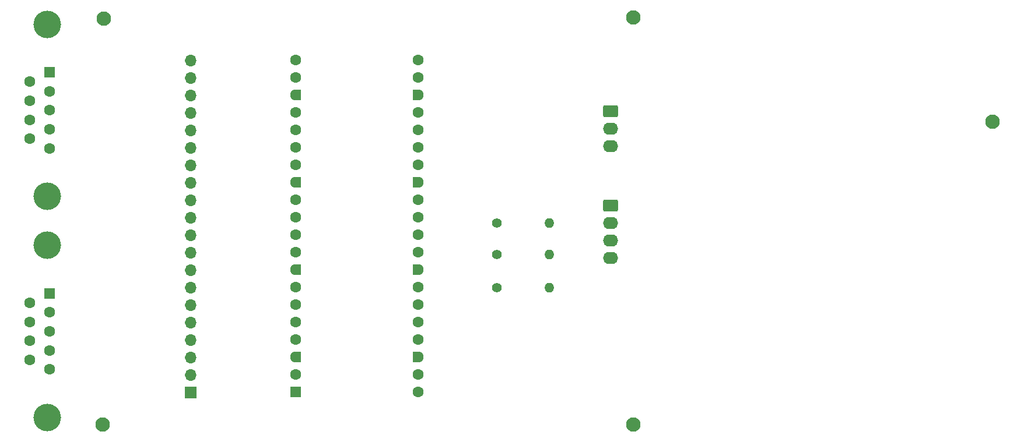
<source format=gbr>
%TF.GenerationSoftware,KiCad,Pcbnew,8.0.4*%
%TF.CreationDate,2024-09-29T18:22:28-03:00*%
%TF.ProjectId,pim,70696d2e-6b69-4636-9164-5f7063625858,rev?*%
%TF.SameCoordinates,Original*%
%TF.FileFunction,Soldermask,Top*%
%TF.FilePolarity,Negative*%
%FSLAX46Y46*%
G04 Gerber Fmt 4.6, Leading zero omitted, Abs format (unit mm)*
G04 Created by KiCad (PCBNEW 8.0.4) date 2024-09-29 18:22:28*
%MOMM*%
%LPD*%
G01*
G04 APERTURE LIST*
G04 Aperture macros list*
%AMRoundRect*
0 Rectangle with rounded corners*
0 $1 Rounding radius*
0 $2 $3 $4 $5 $6 $7 $8 $9 X,Y pos of 4 corners*
0 Add a 4 corners polygon primitive as box body*
4,1,4,$2,$3,$4,$5,$6,$7,$8,$9,$2,$3,0*
0 Add four circle primitives for the rounded corners*
1,1,$1+$1,$2,$3*
1,1,$1+$1,$4,$5*
1,1,$1+$1,$6,$7*
1,1,$1+$1,$8,$9*
0 Add four rect primitives between the rounded corners*
20,1,$1+$1,$2,$3,$4,$5,0*
20,1,$1+$1,$4,$5,$6,$7,0*
20,1,$1+$1,$6,$7,$8,$9,0*
20,1,$1+$1,$8,$9,$2,$3,0*%
%AMFreePoly0*
4,1,28,0.178017,0.779942,0.347107,0.720775,0.498792,0.625465,0.625465,0.498792,0.720775,0.347107,0.779942,0.178017,0.800000,0.000000,0.779942,-0.178017,0.720775,-0.347107,0.625465,-0.498792,0.498792,-0.625465,0.347107,-0.720775,0.178017,-0.779942,0.000000,-0.800000,-0.600000,-0.800000,-0.605014,-0.794986,-0.644504,-0.794986,-0.724698,-0.756366,-0.780194,-0.686777,-0.800000,-0.600000,
-0.800000,0.600000,-0.780194,0.686777,-0.724698,0.756366,-0.644504,0.794986,-0.605014,0.794986,-0.600000,0.800000,0.000000,0.800000,0.178017,0.779942,0.178017,0.779942,$1*%
%AMFreePoly1*
4,1,28,0.605014,0.794986,0.644504,0.794986,0.724698,0.756366,0.780194,0.686777,0.800000,0.600000,0.800000,-0.600000,0.780194,-0.686777,0.724698,-0.756366,0.644504,-0.794986,0.605014,-0.794986,0.600000,-0.800000,0.000000,-0.800000,-0.178017,-0.779942,-0.347107,-0.720775,-0.498792,-0.625465,-0.625465,-0.498792,-0.720775,-0.347107,-0.779942,-0.178017,-0.800000,0.000000,-0.779942,0.178017,
-0.720775,0.347107,-0.625465,0.498792,-0.498792,0.625465,-0.347107,0.720775,-0.178017,0.779942,0.000000,0.800000,0.600000,0.800000,0.605014,0.794986,0.605014,0.794986,$1*%
G04 Aperture macros list end*
%ADD10C,2.100000*%
%ADD11RoundRect,0.250000X-0.845000X0.620000X-0.845000X-0.620000X0.845000X-0.620000X0.845000X0.620000X0*%
%ADD12O,2.190000X1.740000*%
%ADD13C,4.000000*%
%ADD14R,1.600000X1.600000*%
%ADD15C,1.600000*%
%ADD16R,1.700000X1.700000*%
%ADD17O,1.700000X1.700000*%
%ADD18C,1.400000*%
%ADD19O,1.400000X1.400000*%
%ADD20RoundRect,0.200000X0.600000X0.600000X-0.600000X0.600000X-0.600000X-0.600000X0.600000X-0.600000X0*%
%ADD21FreePoly0,180.000000*%
%ADD22FreePoly1,180.000000*%
G04 APERTURE END LIST*
D10*
%TO.C,REF\u002A\u002A*%
X37000000Y-77000000D03*
%TD*%
%TO.C,REF\u002A\u002A*%
X114000000Y-17900000D03*
%TD*%
D11*
%TO.C,J5*%
X110724000Y-45212000D03*
D12*
X110724000Y-47752000D03*
X110724000Y-50292000D03*
X110724000Y-52832000D03*
%TD*%
D13*
%TO.C,J1*%
X28974165Y-18840165D03*
X28974165Y-43840165D03*
D14*
X29274165Y-25800165D03*
D15*
X29274165Y-28570165D03*
X29274165Y-31340165D03*
X29274165Y-34110165D03*
X29274165Y-36880165D03*
X26434165Y-27185165D03*
X26434165Y-29955165D03*
X26434165Y-32725165D03*
X26434165Y-35495165D03*
%TD*%
D13*
%TO.C,J2*%
X28974165Y-50990000D03*
X28974165Y-75990000D03*
D14*
X29274165Y-57950000D03*
D15*
X29274165Y-60720000D03*
X29274165Y-63490000D03*
X29274165Y-66260000D03*
X29274165Y-69030000D03*
X26434165Y-59335000D03*
X26434165Y-62105000D03*
X26434165Y-64875000D03*
X26434165Y-67645000D03*
%TD*%
D10*
%TO.C,REF\u002A\u002A*%
X37200000Y-18000000D03*
%TD*%
D16*
%TO.C,J3*%
X49784000Y-72385000D03*
D17*
X49784000Y-69845000D03*
X49784000Y-67305000D03*
X49784000Y-64765000D03*
X49784000Y-62225000D03*
X49784000Y-59685000D03*
X49784000Y-57145000D03*
X49784000Y-54605000D03*
X49784000Y-52065000D03*
X49784000Y-49525000D03*
X49784000Y-46985000D03*
X49784000Y-44445000D03*
X49784000Y-41905000D03*
X49784000Y-39365000D03*
X49784000Y-36825000D03*
X49784000Y-34285000D03*
X49784000Y-31745000D03*
X49784000Y-29205000D03*
X49784000Y-26665000D03*
X49784000Y-24125000D03*
%TD*%
D18*
%TO.C,R1*%
X94234000Y-57150000D03*
D19*
X101854000Y-57150000D03*
%TD*%
D11*
%TO.C,J4*%
X110724000Y-31496000D03*
D12*
X110724000Y-34036000D03*
X110724000Y-36576000D03*
%TD*%
D10*
%TO.C,REF\u002A\u002A*%
X114000000Y-77000000D03*
%TD*%
D18*
%TO.C,R2*%
X94234000Y-52324000D03*
D19*
X101854000Y-52324000D03*
%TD*%
D20*
%TO.C,U1*%
X65024000Y-72288500D03*
D15*
X65024000Y-69748500D03*
D21*
X65024000Y-67208500D03*
D15*
X65024000Y-64668500D03*
X65024000Y-62128500D03*
X65024000Y-59588500D03*
X65024000Y-57048500D03*
D21*
X65024000Y-54508500D03*
D15*
X65024000Y-51968500D03*
X65024000Y-49428500D03*
X65024000Y-46888500D03*
X65024000Y-44348500D03*
D21*
X65024000Y-41808500D03*
D15*
X65024000Y-39268500D03*
X65024000Y-36728500D03*
X65024000Y-34188500D03*
X65024000Y-31648500D03*
D21*
X65024000Y-29108500D03*
D15*
X65024000Y-26568500D03*
X65024000Y-24028500D03*
X82804000Y-24028500D03*
X82804000Y-26568500D03*
D22*
X82804000Y-29108500D03*
D15*
X82804000Y-31648500D03*
X82804000Y-34188500D03*
X82804000Y-36728500D03*
X82804000Y-39268500D03*
D22*
X82804000Y-41808500D03*
D15*
X82804000Y-44348500D03*
X82804000Y-46888500D03*
X82804000Y-49428500D03*
X82804000Y-51968500D03*
D22*
X82804000Y-54508500D03*
D15*
X82804000Y-57048500D03*
X82804000Y-59588500D03*
X82804000Y-62128500D03*
X82804000Y-64668500D03*
D22*
X82804000Y-67208500D03*
D15*
X82804000Y-69748500D03*
X82804000Y-72288500D03*
%TD*%
D18*
%TO.C,R3*%
X94234000Y-47752000D03*
D19*
X101854000Y-47752000D03*
%TD*%
D10*
%TO.C,REF\u002A\u002A*%
X166200000Y-33000000D03*
%TD*%
M02*

</source>
